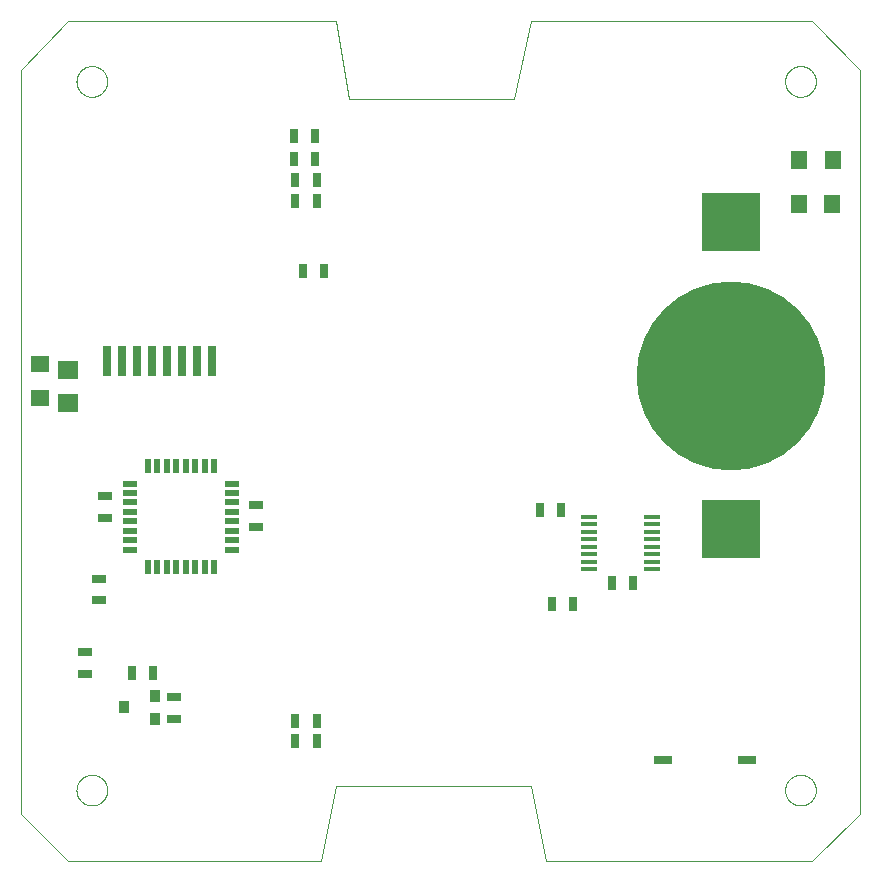
<source format=gtp>
G75*
%MOIN*%
%OFA0B0*%
%FSLAX25Y25*%
%IPPOS*%
%LPD*%
%AMOC8*
5,1,8,0,0,1.08239X$1,22.5*
%
%ADD10C,0.00000*%
%ADD11R,0.07087X0.06299*%
%ADD12R,0.04724X0.03150*%
%ADD13R,0.03150X0.04724*%
%ADD14R,0.06299X0.05512*%
%ADD15R,0.05512X0.06299*%
%ADD16R,0.03000X0.10000*%
%ADD17R,0.05000X0.02200*%
%ADD18R,0.02200X0.05000*%
%ADD19R,0.03543X0.03937*%
%ADD20C,0.62992*%
%ADD21R,0.19685X0.19685*%
%ADD22R,0.06000X0.03000*%
%ADD23R,0.05500X0.01500*%
D10*
X0024471Y0016748D02*
X0024471Y0264780D01*
X0040219Y0281000D01*
X0129471Y0281000D01*
X0133971Y0255000D01*
X0188971Y0255000D01*
X0194471Y0281000D01*
X0288250Y0281000D01*
X0303998Y0264780D01*
X0303998Y0016748D01*
X0288250Y0001000D01*
X0199471Y0001000D01*
X0194471Y0026000D01*
X0129471Y0026000D01*
X0124471Y0001000D01*
X0040219Y0001000D01*
X0024471Y0016748D01*
X0042975Y0024622D02*
X0042977Y0024765D01*
X0042983Y0024908D01*
X0042993Y0025050D01*
X0043007Y0025192D01*
X0043025Y0025334D01*
X0043047Y0025476D01*
X0043072Y0025616D01*
X0043102Y0025756D01*
X0043136Y0025895D01*
X0043173Y0026033D01*
X0043215Y0026170D01*
X0043260Y0026305D01*
X0043309Y0026439D01*
X0043361Y0026572D01*
X0043417Y0026704D01*
X0043477Y0026833D01*
X0043541Y0026961D01*
X0043608Y0027088D01*
X0043679Y0027212D01*
X0043753Y0027334D01*
X0043830Y0027454D01*
X0043911Y0027572D01*
X0043995Y0027688D01*
X0044082Y0027801D01*
X0044172Y0027912D01*
X0044266Y0028020D01*
X0044362Y0028126D01*
X0044461Y0028228D01*
X0044564Y0028328D01*
X0044668Y0028425D01*
X0044776Y0028520D01*
X0044886Y0028611D01*
X0044999Y0028699D01*
X0045114Y0028783D01*
X0045231Y0028865D01*
X0045351Y0028943D01*
X0045472Y0029018D01*
X0045596Y0029090D01*
X0045722Y0029158D01*
X0045849Y0029222D01*
X0045979Y0029283D01*
X0046110Y0029340D01*
X0046242Y0029394D01*
X0046376Y0029443D01*
X0046511Y0029490D01*
X0046648Y0029532D01*
X0046786Y0029570D01*
X0046924Y0029605D01*
X0047064Y0029635D01*
X0047204Y0029662D01*
X0047345Y0029685D01*
X0047487Y0029704D01*
X0047629Y0029719D01*
X0047772Y0029730D01*
X0047914Y0029737D01*
X0048057Y0029740D01*
X0048200Y0029739D01*
X0048343Y0029734D01*
X0048486Y0029725D01*
X0048628Y0029712D01*
X0048770Y0029695D01*
X0048911Y0029674D01*
X0049052Y0029649D01*
X0049192Y0029621D01*
X0049331Y0029588D01*
X0049469Y0029551D01*
X0049606Y0029511D01*
X0049742Y0029467D01*
X0049877Y0029419D01*
X0050010Y0029367D01*
X0050142Y0029312D01*
X0050272Y0029253D01*
X0050401Y0029190D01*
X0050527Y0029124D01*
X0050652Y0029054D01*
X0050775Y0028981D01*
X0050895Y0028905D01*
X0051014Y0028825D01*
X0051130Y0028741D01*
X0051244Y0028655D01*
X0051355Y0028565D01*
X0051464Y0028473D01*
X0051570Y0028377D01*
X0051674Y0028279D01*
X0051775Y0028177D01*
X0051872Y0028073D01*
X0051967Y0027966D01*
X0052059Y0027857D01*
X0052148Y0027745D01*
X0052234Y0027630D01*
X0052316Y0027514D01*
X0052395Y0027394D01*
X0052471Y0027273D01*
X0052543Y0027150D01*
X0052612Y0027025D01*
X0052677Y0026898D01*
X0052739Y0026769D01*
X0052797Y0026638D01*
X0052852Y0026506D01*
X0052902Y0026372D01*
X0052949Y0026237D01*
X0052993Y0026101D01*
X0053032Y0025964D01*
X0053067Y0025825D01*
X0053099Y0025686D01*
X0053127Y0025546D01*
X0053151Y0025405D01*
X0053171Y0025263D01*
X0053187Y0025121D01*
X0053199Y0024979D01*
X0053207Y0024836D01*
X0053211Y0024693D01*
X0053211Y0024551D01*
X0053207Y0024408D01*
X0053199Y0024265D01*
X0053187Y0024123D01*
X0053171Y0023981D01*
X0053151Y0023839D01*
X0053127Y0023698D01*
X0053099Y0023558D01*
X0053067Y0023419D01*
X0053032Y0023280D01*
X0052993Y0023143D01*
X0052949Y0023007D01*
X0052902Y0022872D01*
X0052852Y0022738D01*
X0052797Y0022606D01*
X0052739Y0022475D01*
X0052677Y0022346D01*
X0052612Y0022219D01*
X0052543Y0022094D01*
X0052471Y0021971D01*
X0052395Y0021850D01*
X0052316Y0021730D01*
X0052234Y0021614D01*
X0052148Y0021499D01*
X0052059Y0021387D01*
X0051967Y0021278D01*
X0051872Y0021171D01*
X0051775Y0021067D01*
X0051674Y0020965D01*
X0051570Y0020867D01*
X0051464Y0020771D01*
X0051355Y0020679D01*
X0051244Y0020589D01*
X0051130Y0020503D01*
X0051014Y0020419D01*
X0050895Y0020339D01*
X0050775Y0020263D01*
X0050652Y0020190D01*
X0050527Y0020120D01*
X0050401Y0020054D01*
X0050272Y0019991D01*
X0050142Y0019932D01*
X0050010Y0019877D01*
X0049877Y0019825D01*
X0049742Y0019777D01*
X0049606Y0019733D01*
X0049469Y0019693D01*
X0049331Y0019656D01*
X0049192Y0019623D01*
X0049052Y0019595D01*
X0048911Y0019570D01*
X0048770Y0019549D01*
X0048628Y0019532D01*
X0048486Y0019519D01*
X0048343Y0019510D01*
X0048200Y0019505D01*
X0048057Y0019504D01*
X0047914Y0019507D01*
X0047772Y0019514D01*
X0047629Y0019525D01*
X0047487Y0019540D01*
X0047345Y0019559D01*
X0047204Y0019582D01*
X0047064Y0019609D01*
X0046924Y0019639D01*
X0046786Y0019674D01*
X0046648Y0019712D01*
X0046511Y0019754D01*
X0046376Y0019801D01*
X0046242Y0019850D01*
X0046110Y0019904D01*
X0045979Y0019961D01*
X0045849Y0020022D01*
X0045722Y0020086D01*
X0045596Y0020154D01*
X0045472Y0020226D01*
X0045351Y0020301D01*
X0045231Y0020379D01*
X0045114Y0020461D01*
X0044999Y0020545D01*
X0044886Y0020633D01*
X0044776Y0020724D01*
X0044668Y0020819D01*
X0044564Y0020916D01*
X0044461Y0021016D01*
X0044362Y0021118D01*
X0044266Y0021224D01*
X0044172Y0021332D01*
X0044082Y0021443D01*
X0043995Y0021556D01*
X0043911Y0021672D01*
X0043830Y0021790D01*
X0043753Y0021910D01*
X0043679Y0022032D01*
X0043608Y0022156D01*
X0043541Y0022283D01*
X0043477Y0022411D01*
X0043417Y0022540D01*
X0043361Y0022672D01*
X0043309Y0022805D01*
X0043260Y0022939D01*
X0043215Y0023074D01*
X0043173Y0023211D01*
X0043136Y0023349D01*
X0043102Y0023488D01*
X0043072Y0023628D01*
X0043047Y0023768D01*
X0043025Y0023910D01*
X0043007Y0024052D01*
X0042993Y0024194D01*
X0042983Y0024336D01*
X0042977Y0024479D01*
X0042975Y0024622D01*
X0279195Y0024622D02*
X0279197Y0024765D01*
X0279203Y0024908D01*
X0279213Y0025050D01*
X0279227Y0025192D01*
X0279245Y0025334D01*
X0279267Y0025476D01*
X0279292Y0025616D01*
X0279322Y0025756D01*
X0279356Y0025895D01*
X0279393Y0026033D01*
X0279435Y0026170D01*
X0279480Y0026305D01*
X0279529Y0026439D01*
X0279581Y0026572D01*
X0279637Y0026704D01*
X0279697Y0026833D01*
X0279761Y0026961D01*
X0279828Y0027088D01*
X0279899Y0027212D01*
X0279973Y0027334D01*
X0280050Y0027454D01*
X0280131Y0027572D01*
X0280215Y0027688D01*
X0280302Y0027801D01*
X0280392Y0027912D01*
X0280486Y0028020D01*
X0280582Y0028126D01*
X0280681Y0028228D01*
X0280784Y0028328D01*
X0280888Y0028425D01*
X0280996Y0028520D01*
X0281106Y0028611D01*
X0281219Y0028699D01*
X0281334Y0028783D01*
X0281451Y0028865D01*
X0281571Y0028943D01*
X0281692Y0029018D01*
X0281816Y0029090D01*
X0281942Y0029158D01*
X0282069Y0029222D01*
X0282199Y0029283D01*
X0282330Y0029340D01*
X0282462Y0029394D01*
X0282596Y0029443D01*
X0282731Y0029490D01*
X0282868Y0029532D01*
X0283006Y0029570D01*
X0283144Y0029605D01*
X0283284Y0029635D01*
X0283424Y0029662D01*
X0283565Y0029685D01*
X0283707Y0029704D01*
X0283849Y0029719D01*
X0283992Y0029730D01*
X0284134Y0029737D01*
X0284277Y0029740D01*
X0284420Y0029739D01*
X0284563Y0029734D01*
X0284706Y0029725D01*
X0284848Y0029712D01*
X0284990Y0029695D01*
X0285131Y0029674D01*
X0285272Y0029649D01*
X0285412Y0029621D01*
X0285551Y0029588D01*
X0285689Y0029551D01*
X0285826Y0029511D01*
X0285962Y0029467D01*
X0286097Y0029419D01*
X0286230Y0029367D01*
X0286362Y0029312D01*
X0286492Y0029253D01*
X0286621Y0029190D01*
X0286747Y0029124D01*
X0286872Y0029054D01*
X0286995Y0028981D01*
X0287115Y0028905D01*
X0287234Y0028825D01*
X0287350Y0028741D01*
X0287464Y0028655D01*
X0287575Y0028565D01*
X0287684Y0028473D01*
X0287790Y0028377D01*
X0287894Y0028279D01*
X0287995Y0028177D01*
X0288092Y0028073D01*
X0288187Y0027966D01*
X0288279Y0027857D01*
X0288368Y0027745D01*
X0288454Y0027630D01*
X0288536Y0027514D01*
X0288615Y0027394D01*
X0288691Y0027273D01*
X0288763Y0027150D01*
X0288832Y0027025D01*
X0288897Y0026898D01*
X0288959Y0026769D01*
X0289017Y0026638D01*
X0289072Y0026506D01*
X0289122Y0026372D01*
X0289169Y0026237D01*
X0289213Y0026101D01*
X0289252Y0025964D01*
X0289287Y0025825D01*
X0289319Y0025686D01*
X0289347Y0025546D01*
X0289371Y0025405D01*
X0289391Y0025263D01*
X0289407Y0025121D01*
X0289419Y0024979D01*
X0289427Y0024836D01*
X0289431Y0024693D01*
X0289431Y0024551D01*
X0289427Y0024408D01*
X0289419Y0024265D01*
X0289407Y0024123D01*
X0289391Y0023981D01*
X0289371Y0023839D01*
X0289347Y0023698D01*
X0289319Y0023558D01*
X0289287Y0023419D01*
X0289252Y0023280D01*
X0289213Y0023143D01*
X0289169Y0023007D01*
X0289122Y0022872D01*
X0289072Y0022738D01*
X0289017Y0022606D01*
X0288959Y0022475D01*
X0288897Y0022346D01*
X0288832Y0022219D01*
X0288763Y0022094D01*
X0288691Y0021971D01*
X0288615Y0021850D01*
X0288536Y0021730D01*
X0288454Y0021614D01*
X0288368Y0021499D01*
X0288279Y0021387D01*
X0288187Y0021278D01*
X0288092Y0021171D01*
X0287995Y0021067D01*
X0287894Y0020965D01*
X0287790Y0020867D01*
X0287684Y0020771D01*
X0287575Y0020679D01*
X0287464Y0020589D01*
X0287350Y0020503D01*
X0287234Y0020419D01*
X0287115Y0020339D01*
X0286995Y0020263D01*
X0286872Y0020190D01*
X0286747Y0020120D01*
X0286621Y0020054D01*
X0286492Y0019991D01*
X0286362Y0019932D01*
X0286230Y0019877D01*
X0286097Y0019825D01*
X0285962Y0019777D01*
X0285826Y0019733D01*
X0285689Y0019693D01*
X0285551Y0019656D01*
X0285412Y0019623D01*
X0285272Y0019595D01*
X0285131Y0019570D01*
X0284990Y0019549D01*
X0284848Y0019532D01*
X0284706Y0019519D01*
X0284563Y0019510D01*
X0284420Y0019505D01*
X0284277Y0019504D01*
X0284134Y0019507D01*
X0283992Y0019514D01*
X0283849Y0019525D01*
X0283707Y0019540D01*
X0283565Y0019559D01*
X0283424Y0019582D01*
X0283284Y0019609D01*
X0283144Y0019639D01*
X0283006Y0019674D01*
X0282868Y0019712D01*
X0282731Y0019754D01*
X0282596Y0019801D01*
X0282462Y0019850D01*
X0282330Y0019904D01*
X0282199Y0019961D01*
X0282069Y0020022D01*
X0281942Y0020086D01*
X0281816Y0020154D01*
X0281692Y0020226D01*
X0281571Y0020301D01*
X0281451Y0020379D01*
X0281334Y0020461D01*
X0281219Y0020545D01*
X0281106Y0020633D01*
X0280996Y0020724D01*
X0280888Y0020819D01*
X0280784Y0020916D01*
X0280681Y0021016D01*
X0280582Y0021118D01*
X0280486Y0021224D01*
X0280392Y0021332D01*
X0280302Y0021443D01*
X0280215Y0021556D01*
X0280131Y0021672D01*
X0280050Y0021790D01*
X0279973Y0021910D01*
X0279899Y0022032D01*
X0279828Y0022156D01*
X0279761Y0022283D01*
X0279697Y0022411D01*
X0279637Y0022540D01*
X0279581Y0022672D01*
X0279529Y0022805D01*
X0279480Y0022939D01*
X0279435Y0023074D01*
X0279393Y0023211D01*
X0279356Y0023349D01*
X0279322Y0023488D01*
X0279292Y0023628D01*
X0279267Y0023768D01*
X0279245Y0023910D01*
X0279227Y0024052D01*
X0279213Y0024194D01*
X0279203Y0024336D01*
X0279197Y0024479D01*
X0279195Y0024622D01*
X0279195Y0260843D02*
X0279197Y0260986D01*
X0279203Y0261129D01*
X0279213Y0261271D01*
X0279227Y0261413D01*
X0279245Y0261555D01*
X0279267Y0261697D01*
X0279292Y0261837D01*
X0279322Y0261977D01*
X0279356Y0262116D01*
X0279393Y0262254D01*
X0279435Y0262391D01*
X0279480Y0262526D01*
X0279529Y0262660D01*
X0279581Y0262793D01*
X0279637Y0262925D01*
X0279697Y0263054D01*
X0279761Y0263182D01*
X0279828Y0263309D01*
X0279899Y0263433D01*
X0279973Y0263555D01*
X0280050Y0263675D01*
X0280131Y0263793D01*
X0280215Y0263909D01*
X0280302Y0264022D01*
X0280392Y0264133D01*
X0280486Y0264241D01*
X0280582Y0264347D01*
X0280681Y0264449D01*
X0280784Y0264549D01*
X0280888Y0264646D01*
X0280996Y0264741D01*
X0281106Y0264832D01*
X0281219Y0264920D01*
X0281334Y0265004D01*
X0281451Y0265086D01*
X0281571Y0265164D01*
X0281692Y0265239D01*
X0281816Y0265311D01*
X0281942Y0265379D01*
X0282069Y0265443D01*
X0282199Y0265504D01*
X0282330Y0265561D01*
X0282462Y0265615D01*
X0282596Y0265664D01*
X0282731Y0265711D01*
X0282868Y0265753D01*
X0283006Y0265791D01*
X0283144Y0265826D01*
X0283284Y0265856D01*
X0283424Y0265883D01*
X0283565Y0265906D01*
X0283707Y0265925D01*
X0283849Y0265940D01*
X0283992Y0265951D01*
X0284134Y0265958D01*
X0284277Y0265961D01*
X0284420Y0265960D01*
X0284563Y0265955D01*
X0284706Y0265946D01*
X0284848Y0265933D01*
X0284990Y0265916D01*
X0285131Y0265895D01*
X0285272Y0265870D01*
X0285412Y0265842D01*
X0285551Y0265809D01*
X0285689Y0265772D01*
X0285826Y0265732D01*
X0285962Y0265688D01*
X0286097Y0265640D01*
X0286230Y0265588D01*
X0286362Y0265533D01*
X0286492Y0265474D01*
X0286621Y0265411D01*
X0286747Y0265345D01*
X0286872Y0265275D01*
X0286995Y0265202D01*
X0287115Y0265126D01*
X0287234Y0265046D01*
X0287350Y0264962D01*
X0287464Y0264876D01*
X0287575Y0264786D01*
X0287684Y0264694D01*
X0287790Y0264598D01*
X0287894Y0264500D01*
X0287995Y0264398D01*
X0288092Y0264294D01*
X0288187Y0264187D01*
X0288279Y0264078D01*
X0288368Y0263966D01*
X0288454Y0263851D01*
X0288536Y0263735D01*
X0288615Y0263615D01*
X0288691Y0263494D01*
X0288763Y0263371D01*
X0288832Y0263246D01*
X0288897Y0263119D01*
X0288959Y0262990D01*
X0289017Y0262859D01*
X0289072Y0262727D01*
X0289122Y0262593D01*
X0289169Y0262458D01*
X0289213Y0262322D01*
X0289252Y0262185D01*
X0289287Y0262046D01*
X0289319Y0261907D01*
X0289347Y0261767D01*
X0289371Y0261626D01*
X0289391Y0261484D01*
X0289407Y0261342D01*
X0289419Y0261200D01*
X0289427Y0261057D01*
X0289431Y0260914D01*
X0289431Y0260772D01*
X0289427Y0260629D01*
X0289419Y0260486D01*
X0289407Y0260344D01*
X0289391Y0260202D01*
X0289371Y0260060D01*
X0289347Y0259919D01*
X0289319Y0259779D01*
X0289287Y0259640D01*
X0289252Y0259501D01*
X0289213Y0259364D01*
X0289169Y0259228D01*
X0289122Y0259093D01*
X0289072Y0258959D01*
X0289017Y0258827D01*
X0288959Y0258696D01*
X0288897Y0258567D01*
X0288832Y0258440D01*
X0288763Y0258315D01*
X0288691Y0258192D01*
X0288615Y0258071D01*
X0288536Y0257951D01*
X0288454Y0257835D01*
X0288368Y0257720D01*
X0288279Y0257608D01*
X0288187Y0257499D01*
X0288092Y0257392D01*
X0287995Y0257288D01*
X0287894Y0257186D01*
X0287790Y0257088D01*
X0287684Y0256992D01*
X0287575Y0256900D01*
X0287464Y0256810D01*
X0287350Y0256724D01*
X0287234Y0256640D01*
X0287115Y0256560D01*
X0286995Y0256484D01*
X0286872Y0256411D01*
X0286747Y0256341D01*
X0286621Y0256275D01*
X0286492Y0256212D01*
X0286362Y0256153D01*
X0286230Y0256098D01*
X0286097Y0256046D01*
X0285962Y0255998D01*
X0285826Y0255954D01*
X0285689Y0255914D01*
X0285551Y0255877D01*
X0285412Y0255844D01*
X0285272Y0255816D01*
X0285131Y0255791D01*
X0284990Y0255770D01*
X0284848Y0255753D01*
X0284706Y0255740D01*
X0284563Y0255731D01*
X0284420Y0255726D01*
X0284277Y0255725D01*
X0284134Y0255728D01*
X0283992Y0255735D01*
X0283849Y0255746D01*
X0283707Y0255761D01*
X0283565Y0255780D01*
X0283424Y0255803D01*
X0283284Y0255830D01*
X0283144Y0255860D01*
X0283006Y0255895D01*
X0282868Y0255933D01*
X0282731Y0255975D01*
X0282596Y0256022D01*
X0282462Y0256071D01*
X0282330Y0256125D01*
X0282199Y0256182D01*
X0282069Y0256243D01*
X0281942Y0256307D01*
X0281816Y0256375D01*
X0281692Y0256447D01*
X0281571Y0256522D01*
X0281451Y0256600D01*
X0281334Y0256682D01*
X0281219Y0256766D01*
X0281106Y0256854D01*
X0280996Y0256945D01*
X0280888Y0257040D01*
X0280784Y0257137D01*
X0280681Y0257237D01*
X0280582Y0257339D01*
X0280486Y0257445D01*
X0280392Y0257553D01*
X0280302Y0257664D01*
X0280215Y0257777D01*
X0280131Y0257893D01*
X0280050Y0258011D01*
X0279973Y0258131D01*
X0279899Y0258253D01*
X0279828Y0258377D01*
X0279761Y0258504D01*
X0279697Y0258632D01*
X0279637Y0258761D01*
X0279581Y0258893D01*
X0279529Y0259026D01*
X0279480Y0259160D01*
X0279435Y0259295D01*
X0279393Y0259432D01*
X0279356Y0259570D01*
X0279322Y0259709D01*
X0279292Y0259849D01*
X0279267Y0259989D01*
X0279245Y0260131D01*
X0279227Y0260273D01*
X0279213Y0260415D01*
X0279203Y0260557D01*
X0279197Y0260700D01*
X0279195Y0260843D01*
X0042975Y0260843D02*
X0042977Y0260986D01*
X0042983Y0261129D01*
X0042993Y0261271D01*
X0043007Y0261413D01*
X0043025Y0261555D01*
X0043047Y0261697D01*
X0043072Y0261837D01*
X0043102Y0261977D01*
X0043136Y0262116D01*
X0043173Y0262254D01*
X0043215Y0262391D01*
X0043260Y0262526D01*
X0043309Y0262660D01*
X0043361Y0262793D01*
X0043417Y0262925D01*
X0043477Y0263054D01*
X0043541Y0263182D01*
X0043608Y0263309D01*
X0043679Y0263433D01*
X0043753Y0263555D01*
X0043830Y0263675D01*
X0043911Y0263793D01*
X0043995Y0263909D01*
X0044082Y0264022D01*
X0044172Y0264133D01*
X0044266Y0264241D01*
X0044362Y0264347D01*
X0044461Y0264449D01*
X0044564Y0264549D01*
X0044668Y0264646D01*
X0044776Y0264741D01*
X0044886Y0264832D01*
X0044999Y0264920D01*
X0045114Y0265004D01*
X0045231Y0265086D01*
X0045351Y0265164D01*
X0045472Y0265239D01*
X0045596Y0265311D01*
X0045722Y0265379D01*
X0045849Y0265443D01*
X0045979Y0265504D01*
X0046110Y0265561D01*
X0046242Y0265615D01*
X0046376Y0265664D01*
X0046511Y0265711D01*
X0046648Y0265753D01*
X0046786Y0265791D01*
X0046924Y0265826D01*
X0047064Y0265856D01*
X0047204Y0265883D01*
X0047345Y0265906D01*
X0047487Y0265925D01*
X0047629Y0265940D01*
X0047772Y0265951D01*
X0047914Y0265958D01*
X0048057Y0265961D01*
X0048200Y0265960D01*
X0048343Y0265955D01*
X0048486Y0265946D01*
X0048628Y0265933D01*
X0048770Y0265916D01*
X0048911Y0265895D01*
X0049052Y0265870D01*
X0049192Y0265842D01*
X0049331Y0265809D01*
X0049469Y0265772D01*
X0049606Y0265732D01*
X0049742Y0265688D01*
X0049877Y0265640D01*
X0050010Y0265588D01*
X0050142Y0265533D01*
X0050272Y0265474D01*
X0050401Y0265411D01*
X0050527Y0265345D01*
X0050652Y0265275D01*
X0050775Y0265202D01*
X0050895Y0265126D01*
X0051014Y0265046D01*
X0051130Y0264962D01*
X0051244Y0264876D01*
X0051355Y0264786D01*
X0051464Y0264694D01*
X0051570Y0264598D01*
X0051674Y0264500D01*
X0051775Y0264398D01*
X0051872Y0264294D01*
X0051967Y0264187D01*
X0052059Y0264078D01*
X0052148Y0263966D01*
X0052234Y0263851D01*
X0052316Y0263735D01*
X0052395Y0263615D01*
X0052471Y0263494D01*
X0052543Y0263371D01*
X0052612Y0263246D01*
X0052677Y0263119D01*
X0052739Y0262990D01*
X0052797Y0262859D01*
X0052852Y0262727D01*
X0052902Y0262593D01*
X0052949Y0262458D01*
X0052993Y0262322D01*
X0053032Y0262185D01*
X0053067Y0262046D01*
X0053099Y0261907D01*
X0053127Y0261767D01*
X0053151Y0261626D01*
X0053171Y0261484D01*
X0053187Y0261342D01*
X0053199Y0261200D01*
X0053207Y0261057D01*
X0053211Y0260914D01*
X0053211Y0260772D01*
X0053207Y0260629D01*
X0053199Y0260486D01*
X0053187Y0260344D01*
X0053171Y0260202D01*
X0053151Y0260060D01*
X0053127Y0259919D01*
X0053099Y0259779D01*
X0053067Y0259640D01*
X0053032Y0259501D01*
X0052993Y0259364D01*
X0052949Y0259228D01*
X0052902Y0259093D01*
X0052852Y0258959D01*
X0052797Y0258827D01*
X0052739Y0258696D01*
X0052677Y0258567D01*
X0052612Y0258440D01*
X0052543Y0258315D01*
X0052471Y0258192D01*
X0052395Y0258071D01*
X0052316Y0257951D01*
X0052234Y0257835D01*
X0052148Y0257720D01*
X0052059Y0257608D01*
X0051967Y0257499D01*
X0051872Y0257392D01*
X0051775Y0257288D01*
X0051674Y0257186D01*
X0051570Y0257088D01*
X0051464Y0256992D01*
X0051355Y0256900D01*
X0051244Y0256810D01*
X0051130Y0256724D01*
X0051014Y0256640D01*
X0050895Y0256560D01*
X0050775Y0256484D01*
X0050652Y0256411D01*
X0050527Y0256341D01*
X0050401Y0256275D01*
X0050272Y0256212D01*
X0050142Y0256153D01*
X0050010Y0256098D01*
X0049877Y0256046D01*
X0049742Y0255998D01*
X0049606Y0255954D01*
X0049469Y0255914D01*
X0049331Y0255877D01*
X0049192Y0255844D01*
X0049052Y0255816D01*
X0048911Y0255791D01*
X0048770Y0255770D01*
X0048628Y0255753D01*
X0048486Y0255740D01*
X0048343Y0255731D01*
X0048200Y0255726D01*
X0048057Y0255725D01*
X0047914Y0255728D01*
X0047772Y0255735D01*
X0047629Y0255746D01*
X0047487Y0255761D01*
X0047345Y0255780D01*
X0047204Y0255803D01*
X0047064Y0255830D01*
X0046924Y0255860D01*
X0046786Y0255895D01*
X0046648Y0255933D01*
X0046511Y0255975D01*
X0046376Y0256022D01*
X0046242Y0256071D01*
X0046110Y0256125D01*
X0045979Y0256182D01*
X0045849Y0256243D01*
X0045722Y0256307D01*
X0045596Y0256375D01*
X0045472Y0256447D01*
X0045351Y0256522D01*
X0045231Y0256600D01*
X0045114Y0256682D01*
X0044999Y0256766D01*
X0044886Y0256854D01*
X0044776Y0256945D01*
X0044668Y0257040D01*
X0044564Y0257137D01*
X0044461Y0257237D01*
X0044362Y0257339D01*
X0044266Y0257445D01*
X0044172Y0257553D01*
X0044082Y0257664D01*
X0043995Y0257777D01*
X0043911Y0257893D01*
X0043830Y0258011D01*
X0043753Y0258131D01*
X0043679Y0258253D01*
X0043608Y0258377D01*
X0043541Y0258504D01*
X0043477Y0258632D01*
X0043417Y0258761D01*
X0043361Y0258893D01*
X0043309Y0259026D01*
X0043260Y0259160D01*
X0043215Y0259295D01*
X0043173Y0259432D01*
X0043136Y0259570D01*
X0043102Y0259709D01*
X0043072Y0259849D01*
X0043047Y0259989D01*
X0043025Y0260131D01*
X0043007Y0260273D01*
X0042993Y0260415D01*
X0042983Y0260557D01*
X0042977Y0260700D01*
X0042975Y0260843D01*
D11*
X0040105Y0164793D03*
X0040105Y0153769D03*
D12*
X0052471Y0122543D03*
X0052471Y0115457D03*
X0050471Y0095043D03*
X0050471Y0087957D03*
X0045971Y0070543D03*
X0045971Y0063457D03*
X0075471Y0055543D03*
X0075471Y0048457D03*
X0102971Y0112457D03*
X0102971Y0119543D03*
D13*
X0068514Y0063500D03*
X0061427Y0063500D03*
X0115927Y0047500D03*
X0115927Y0041000D03*
X0123014Y0041000D03*
X0123014Y0047500D03*
X0201427Y0086500D03*
X0208514Y0086500D03*
X0221427Y0093500D03*
X0228514Y0093500D03*
X0204514Y0118000D03*
X0197427Y0118000D03*
X0125545Y0197535D03*
X0118459Y0197535D03*
X0115927Y0221000D03*
X0115927Y0228000D03*
X0115427Y0235000D03*
X0115427Y0242500D03*
X0122514Y0242500D03*
X0122514Y0235000D03*
X0123014Y0228000D03*
X0123014Y0221000D03*
D14*
X0030771Y0166512D03*
X0030771Y0155488D03*
D15*
X0283892Y0219961D03*
X0294915Y0219961D03*
X0294982Y0234500D03*
X0283959Y0234500D03*
D16*
X0088211Y0167772D03*
X0083211Y0167772D03*
X0078211Y0167772D03*
X0073211Y0167772D03*
X0068211Y0167772D03*
X0063211Y0167772D03*
X0058211Y0167772D03*
X0053211Y0167772D03*
D17*
X0060917Y0126827D03*
X0060917Y0123677D03*
X0060917Y0120528D03*
X0060917Y0117378D03*
X0060917Y0114228D03*
X0060917Y0111079D03*
X0060917Y0107929D03*
X0060917Y0104780D03*
X0094717Y0104780D03*
X0094717Y0107929D03*
X0094717Y0111079D03*
X0094717Y0114228D03*
X0094717Y0117378D03*
X0094717Y0120528D03*
X0094717Y0123677D03*
X0094717Y0126827D03*
D18*
X0088841Y0132703D03*
X0085691Y0132703D03*
X0082541Y0132703D03*
X0079392Y0132703D03*
X0076242Y0132703D03*
X0073093Y0132703D03*
X0069943Y0132703D03*
X0066793Y0132703D03*
X0066793Y0098903D03*
X0069943Y0098903D03*
X0073093Y0098903D03*
X0076242Y0098903D03*
X0079392Y0098903D03*
X0082541Y0098903D03*
X0085691Y0098903D03*
X0088841Y0098903D03*
D19*
X0069077Y0056157D03*
X0069077Y0048283D03*
X0058841Y0052220D03*
D20*
X0261191Y0162732D03*
D21*
X0261191Y0111551D03*
X0261191Y0213913D03*
D22*
X0266372Y0034693D03*
X0238372Y0034693D03*
D23*
X0234971Y0098250D03*
X0234971Y0100750D03*
X0234971Y0103250D03*
X0234971Y0105750D03*
X0234971Y0108250D03*
X0234971Y0110750D03*
X0234971Y0113250D03*
X0234971Y0115750D03*
X0213971Y0115750D03*
X0213971Y0113250D03*
X0213971Y0110750D03*
X0213971Y0108250D03*
X0213971Y0105750D03*
X0213971Y0103250D03*
X0213971Y0100750D03*
X0213971Y0098250D03*
M02*

</source>
